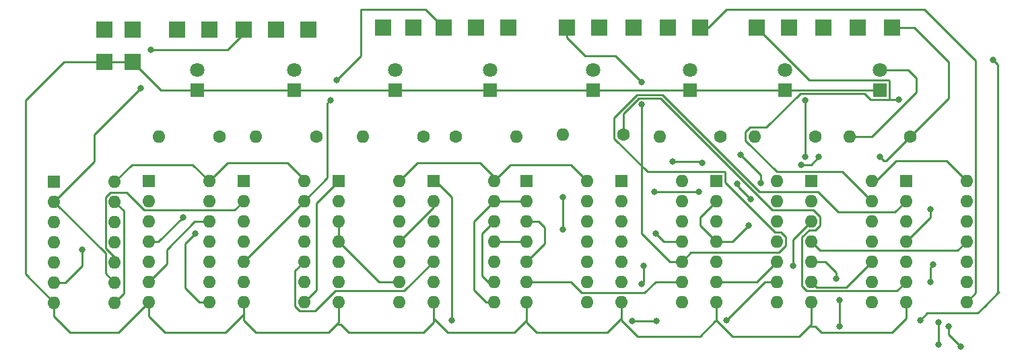
<source format=gbr>
%TF.GenerationSoftware,KiCad,Pcbnew,(5.1.6)-1*%
%TF.CreationDate,2020-11-22T17:26:52+01:00*%
%TF.ProjectId,Addierer,41646469-6572-4657-922e-6b696361645f,rev?*%
%TF.SameCoordinates,Original*%
%TF.FileFunction,Copper,L1,Top*%
%TF.FilePolarity,Positive*%
%FSLAX46Y46*%
G04 Gerber Fmt 4.6, Leading zero omitted, Abs format (unit mm)*
G04 Created by KiCad (PCBNEW (5.1.6)-1) date 2020-11-22 17:26:52*
%MOMM*%
%LPD*%
G01*
G04 APERTURE LIST*
%TA.AperFunction,ComponentPad*%
%ADD10O,1.600000X1.600000*%
%TD*%
%TA.AperFunction,ComponentPad*%
%ADD11R,1.600000X1.600000*%
%TD*%
%TA.AperFunction,ComponentPad*%
%ADD12R,2.000000X2.000000*%
%TD*%
%TA.AperFunction,ComponentPad*%
%ADD13R,1.800000X1.800000*%
%TD*%
%TA.AperFunction,ComponentPad*%
%ADD14C,1.800000*%
%TD*%
%TA.AperFunction,ComponentPad*%
%ADD15C,1.600000*%
%TD*%
%TA.AperFunction,ViaPad*%
%ADD16C,0.800000*%
%TD*%
%TA.AperFunction,Conductor*%
%ADD17C,0.250000*%
%TD*%
G04 APERTURE END LIST*
D10*
%TO.P,U9,14*%
%TO.N,+5V*%
X129032000Y-44958000D03*
%TO.P,U9,7*%
%TO.N,Net-(GND1-Pad1)*%
X121412000Y-60198000D03*
%TO.P,U9,13*%
%TO.N,Net-(U10-Pad5)*%
X129032000Y-47498000D03*
%TO.P,U9,6*%
%TO.N,Net-(U9-Pad10)*%
X121412000Y-57658000D03*
%TO.P,U9,12*%
%TO.N,Net-(U10-Pad1)*%
X129032000Y-50038000D03*
%TO.P,U9,5*%
%TO.N,Net-(U9-Pad5)*%
X121412000Y-55118000D03*
%TO.P,U9,11*%
%TO.N,Net-(U10-Pad12)*%
X129032000Y-52578000D03*
%TO.P,U9,4*%
%TO.N,Net-(U10-Pad13)*%
X121412000Y-52578000D03*
%TO.P,U9,10*%
%TO.N,Net-(U9-Pad10)*%
X129032000Y-55118000D03*
%TO.P,U9,3*%
%TO.N,Net-(U9-Pad3)*%
X121412000Y-50038000D03*
%TO.P,U9,9*%
X129032000Y-57658000D03*
%TO.P,U9,2*%
%TO.N,Net-(U10-Pad13)*%
X121412000Y-47498000D03*
%TO.P,U9,8*%
%TO.N,Net-(U10-Pad1)*%
X129032000Y-60198000D03*
D11*
%TO.P,U9,1*%
%TO.N,Net-(U9-Pad1)*%
X121412000Y-44958000D03*
%TD*%
D12*
%TO.P,GND1,1*%
%TO.N,Net-(GND1-Pad1)*%
X36068000Y-29972000D03*
%TD*%
%TO.P,LP_Vcc1,1*%
%TO.N,+5V*%
X36068000Y-25908000D03*
%TD*%
%TO.P,a1,1*%
%TO.N,Net-(U1-Pad1)*%
X45720000Y-25908000D03*
%TD*%
%TO.P,b1,1*%
%TO.N,Net-(U1-Pad2)*%
X50038000Y-25908000D03*
%TD*%
D13*
%TO.P,D1,1*%
%TO.N,Net-(GND1-Pad1)*%
X44196000Y-33528000D03*
D14*
%TO.P,D1,2*%
%TO.N,Net-(D1-Pad2)*%
X44196000Y-30988000D03*
%TD*%
%TO.P,D2,2*%
%TO.N,Net-(D2-Pad2)*%
X56388000Y-30988000D03*
D13*
%TO.P,D2,1*%
%TO.N,Net-(GND1-Pad1)*%
X56388000Y-33528000D03*
%TD*%
D15*
%TO.P,R1,1*%
%TO.N,Net-(R1-Pad1)*%
X46990000Y-39370000D03*
D10*
%TO.P,R1,2*%
%TO.N,Net-(D1-Pad2)*%
X39370000Y-39370000D03*
%TD*%
%TO.P,R2,2*%
%TO.N,Net-(D2-Pad2)*%
X51562000Y-39370000D03*
D15*
%TO.P,R2,1*%
%TO.N,Net-(R2-Pad1)*%
X59182000Y-39370000D03*
%TD*%
D11*
%TO.P,U1,1*%
%TO.N,Net-(U1-Pad1)*%
X26213001Y-45059001D03*
D10*
%TO.P,U1,8*%
%TO.N,Net-(U1-Pad13)*%
X33833001Y-60299001D03*
%TO.P,U1,2*%
%TO.N,Net-(U1-Pad2)*%
X26213001Y-47599001D03*
%TO.P,U1,9*%
X33833001Y-57759001D03*
%TO.P,U1,3*%
%TO.N,Net-(U1-Pad10)*%
X26213001Y-50139001D03*
%TO.P,U1,10*%
X33833001Y-55219001D03*
%TO.P,U1,4*%
%TO.N,Net-(U1-Pad1)*%
X26213001Y-52679001D03*
%TO.P,U1,11*%
%TO.N,Net-(U1-Pad11)*%
X33833001Y-52679001D03*
%TO.P,U1,5*%
%TO.N,Net-(U1-Pad10)*%
X26213001Y-55219001D03*
%TO.P,U1,12*%
%TO.N,Net-(U1-Pad12)*%
X33833001Y-50139001D03*
%TO.P,U1,6*%
X26213001Y-57759001D03*
%TO.P,U1,13*%
%TO.N,Net-(U1-Pad13)*%
X33833001Y-47599001D03*
%TO.P,U1,7*%
%TO.N,Net-(GND1-Pad1)*%
X26213001Y-60299001D03*
%TO.P,U1,14*%
%TO.N,+5V*%
X33833001Y-45059001D03*
%TD*%
D12*
%TO.P,GND1,1*%
%TO.N,+5V*%
X32512000Y-25908000D03*
%TD*%
%TO.P,\u00DCn+1,1*%
%TO.N,Net-(R2-Pad1)*%
X58166000Y-25908000D03*
%TD*%
%TO.P,Un1,1*%
%TO.N,Net-(U2-Pad10)*%
X41656000Y-25908000D03*
%TD*%
%TO.P,S1,1*%
%TO.N,Net-(R1-Pad1)*%
X54102000Y-25908000D03*
%TD*%
D11*
%TO.P,U2,1*%
%TO.N,Net-(U1-Pad11)*%
X38100000Y-45009001D03*
D10*
%TO.P,U2,8*%
%TO.N,Net-(U2-Pad13)*%
X45720000Y-60249001D03*
%TO.P,U2,2*%
%TO.N,Net-(U2-Pad10)*%
X38100000Y-47549001D03*
%TO.P,U2,9*%
%TO.N,Net-(U2-Pad3)*%
X45720000Y-57709001D03*
%TO.P,U2,3*%
X38100000Y-50089001D03*
%TO.P,U2,10*%
%TO.N,Net-(U2-Pad10)*%
X45720000Y-55169001D03*
%TO.P,U2,4*%
%TO.N,Net-(U1-Pad11)*%
X38100000Y-52629001D03*
%TO.P,U2,11*%
%TO.N,Net-(R1-Pad1)*%
X45720000Y-52629001D03*
%TO.P,U2,5*%
%TO.N,Net-(U2-Pad3)*%
X38100000Y-55169001D03*
%TO.P,U2,12*%
%TO.N,Net-(U2-Pad12)*%
X45720000Y-50089001D03*
%TO.P,U2,6*%
X38100000Y-57709001D03*
%TO.P,U2,13*%
%TO.N,Net-(U2-Pad13)*%
X45720000Y-47549001D03*
%TO.P,U2,7*%
%TO.N,Net-(GND1-Pad1)*%
X38100000Y-60249001D03*
%TO.P,U2,14*%
%TO.N,+5V*%
X45720000Y-45009001D03*
%TD*%
D12*
%TO.P,a2,1*%
%TO.N,Net-(U3-Pad4)*%
X71374000Y-25654000D03*
%TD*%
%TO.P,b2,1*%
%TO.N,Net-(U3-Pad13)*%
X75184000Y-25654000D03*
%TD*%
D14*
%TO.P,D3,2*%
%TO.N,Net-(D3-Pad2)*%
X69088000Y-30988000D03*
D13*
%TO.P,D3,1*%
%TO.N,Net-(GND1-Pad1)*%
X69088000Y-33528000D03*
%TD*%
%TO.P,D4,1*%
%TO.N,Net-(GND1-Pad1)*%
X81026000Y-33528000D03*
D14*
%TO.P,D4,2*%
%TO.N,Net-(D4-Pad2)*%
X81026000Y-30988000D03*
%TD*%
D15*
%TO.P,R3,1*%
%TO.N,Net-(R3-Pad1)*%
X72644000Y-39370000D03*
D10*
%TO.P,R3,2*%
%TO.N,Net-(D3-Pad2)*%
X65024000Y-39370000D03*
%TD*%
%TO.P,R4,2*%
%TO.N,Net-(D4-Pad2)*%
X84328000Y-39370000D03*
D15*
%TO.P,R4,1*%
%TO.N,Net-(R4-Pad1)*%
X76708000Y-39370000D03*
%TD*%
D12*
%TO.P,S2,1*%
%TO.N,Net-(R3-Pad1)*%
X79248000Y-25654000D03*
%TD*%
D11*
%TO.P,U4,1*%
%TO.N,Net-(U3-Pad8)*%
X61976000Y-44958000D03*
D10*
%TO.P,U4,8*%
%TO.N,Net-(U4-Pad8)*%
X69596000Y-60198000D03*
%TO.P,U4,2*%
%TO.N,Net-(U3-Pad11)*%
X61976000Y-47498000D03*
%TO.P,U4,9*%
%TO.N,Net-(U4-Pad3)*%
X69596000Y-57658000D03*
%TO.P,U4,3*%
X61976000Y-50038000D03*
%TO.P,U4,10*%
%TO.N,Net-(U4-Pad10)*%
X69596000Y-55118000D03*
%TO.P,U4,4*%
%TO.N,Net-(U4-Pad3)*%
X61976000Y-52578000D03*
%TO.P,U4,11*%
%TO.N,Net-(U4-Pad11)*%
X69596000Y-52578000D03*
%TO.P,U4,5*%
%TO.N,Net-(U4-Pad13)*%
X61976000Y-55118000D03*
%TO.P,U4,12*%
%TO.N,Net-(U4-Pad10)*%
X69596000Y-50038000D03*
%TO.P,U4,6*%
X61976000Y-57658000D03*
%TO.P,U4,13*%
%TO.N,Net-(U4-Pad13)*%
X69596000Y-47498000D03*
%TO.P,U4,7*%
%TO.N,Net-(GND1-Pad1)*%
X61976000Y-60198000D03*
%TO.P,U4,14*%
%TO.N,+5V*%
X69596000Y-44958000D03*
%TD*%
%TO.P,U5,14*%
%TO.N,+5V*%
X81534000Y-44958000D03*
%TO.P,U5,7*%
%TO.N,Net-(GND1-Pad1)*%
X73914000Y-60198000D03*
%TO.P,U5,13*%
%TO.N,Net-(U5-Pad13)*%
X81534000Y-47498000D03*
%TO.P,U5,6*%
%TO.N,Net-(R4-Pad1)*%
X73914000Y-57658000D03*
%TO.P,U5,12*%
%TO.N,Net-(U5-Pad12)*%
X81534000Y-50038000D03*
%TO.P,U5,5*%
%TO.N,Net-(U3-Pad10)*%
X73914000Y-55118000D03*
%TO.P,U5,11*%
%TO.N,Net-(U5-Pad11)*%
X81534000Y-52578000D03*
%TO.P,U5,4*%
%TO.N,Net-(U4-Pad10)*%
X73914000Y-52578000D03*
%TO.P,U5,10*%
%TO.N,Net-(U5-Pad10)*%
X81534000Y-55118000D03*
%TO.P,U5,3*%
%TO.N,Net-(R3-Pad1)*%
X73914000Y-50038000D03*
%TO.P,U5,9*%
%TO.N,Net-(U5-Pad12)*%
X81534000Y-57658000D03*
%TO.P,U5,2*%
%TO.N,Net-(U4-Pad11)*%
X73914000Y-47498000D03*
%TO.P,U5,8*%
%TO.N,Net-(U5-Pad13)*%
X81534000Y-60198000D03*
D11*
%TO.P,U5,1*%
%TO.N,Net-(U4-Pad8)*%
X73914000Y-44958000D03*
%TD*%
D12*
%TO.P,Un2,1*%
%TO.N,Net-(U4-Pad13)*%
X67564000Y-25654000D03*
%TD*%
%TO.P,\u00DCn+2,1*%
%TO.N,Net-(R4-Pad1)*%
X83312000Y-25654000D03*
%TD*%
%TO.P,GND1,1*%
%TO.N,Net-(GND1-Pad1)*%
X32512000Y-29972000D03*
%TD*%
%TO.P,a3,1*%
%TO.N,Net-(U5-Pad12)*%
X94742000Y-25654000D03*
%TD*%
%TO.P,a4,1*%
%TO.N,Net-(U9-Pad1)*%
X118618000Y-25654000D03*
%TD*%
%TO.P,b3,1*%
%TO.N,Net-(U5-Pad10)*%
X99060000Y-25654000D03*
%TD*%
%TO.P,b4,1*%
%TO.N,Net-(U9-Pad5)*%
X122936000Y-25654000D03*
%TD*%
D13*
%TO.P,D5,1*%
%TO.N,Net-(GND1-Pad1)*%
X93980000Y-33528000D03*
D14*
%TO.P,D5,2*%
%TO.N,Net-(D5-Pad2)*%
X93980000Y-30988000D03*
%TD*%
D13*
%TO.P,D6,1*%
%TO.N,Net-(GND1-Pad1)*%
X106172000Y-33528000D03*
D14*
%TO.P,D6,2*%
%TO.N,Net-(D6-Pad2)*%
X106172000Y-30988000D03*
%TD*%
%TO.P,D7,2*%
%TO.N,Net-(D7-Pad2)*%
X118110000Y-30988000D03*
D13*
%TO.P,D7,1*%
%TO.N,Net-(GND1-Pad1)*%
X118110000Y-33528000D03*
%TD*%
D14*
%TO.P,D8,2*%
%TO.N,Net-(D8-Pad2)*%
X130048000Y-30988000D03*
D13*
%TO.P,D8,1*%
%TO.N,Net-(GND1-Pad1)*%
X130048000Y-33528000D03*
%TD*%
D10*
%TO.P,R5,2*%
%TO.N,Net-(D5-Pad2)*%
X90170000Y-39116000D03*
D15*
%TO.P,R5,1*%
%TO.N,Net-(R5-Pad1)*%
X97790000Y-39116000D03*
%TD*%
%TO.P,R6,1*%
%TO.N,Net-(R6-Pad1)*%
X109982000Y-39370000D03*
D10*
%TO.P,R6,2*%
%TO.N,Net-(D6-Pad2)*%
X102362000Y-39370000D03*
%TD*%
%TO.P,R7,2*%
%TO.N,Net-(D7-Pad2)*%
X114300000Y-39370000D03*
D15*
%TO.P,R7,1*%
%TO.N,Net-(R7-Pad1)*%
X121920000Y-39370000D03*
%TD*%
%TO.P,R8,1*%
%TO.N,Net-(R8-Pad1)*%
X133858000Y-39370000D03*
D10*
%TO.P,R8,2*%
%TO.N,Net-(D8-Pad2)*%
X126238000Y-39370000D03*
%TD*%
D12*
%TO.P,S3,1*%
%TO.N,Net-(R5-Pad1)*%
X103378000Y-25654000D03*
%TD*%
%TO.P,S4,1*%
%TO.N,Net-(R7-Pad1)*%
X127254000Y-25654000D03*
%TD*%
D11*
%TO.P,U6,1*%
%TO.N,Net-(U5-Pad10)*%
X85598000Y-44958000D03*
D10*
%TO.P,U6,8*%
%TO.N,N/C*%
X93218000Y-60198000D03*
%TO.P,U6,2*%
%TO.N,Net-(U5-Pad13)*%
X85598000Y-47498000D03*
%TO.P,U6,9*%
%TO.N,N/C*%
X93218000Y-57658000D03*
%TO.P,U6,3*%
%TO.N,Net-(U6-Pad3)*%
X85598000Y-50038000D03*
%TO.P,U6,10*%
%TO.N,N/C*%
X93218000Y-55118000D03*
%TO.P,U6,4*%
%TO.N,Net-(U5-Pad11)*%
X85598000Y-52578000D03*
%TO.P,U6,11*%
%TO.N,N/C*%
X93218000Y-52578000D03*
%TO.P,U6,5*%
%TO.N,Net-(U6-Pad3)*%
X85598000Y-55118000D03*
%TO.P,U6,12*%
%TO.N,N/C*%
X93218000Y-50038000D03*
%TO.P,U6,6*%
%TO.N,Net-(U6-Pad6)*%
X85598000Y-57658000D03*
%TO.P,U6,13*%
%TO.N,N/C*%
X93218000Y-47498000D03*
%TO.P,U6,7*%
%TO.N,Net-(GND1-Pad1)*%
X85598000Y-60198000D03*
%TO.P,U6,14*%
%TO.N,+5V*%
X93218000Y-44958000D03*
%TD*%
%TO.P,U7,14*%
%TO.N,+5V*%
X105156000Y-44958000D03*
%TO.P,U7,7*%
%TO.N,Net-(GND1-Pad1)*%
X97536000Y-60198000D03*
%TO.P,U7,13*%
%TO.N,Net-(U7-Pad13)*%
X105156000Y-47498000D03*
%TO.P,U7,6*%
%TO.N,N/C*%
X97536000Y-57658000D03*
%TO.P,U7,12*%
%TO.N,Net-(U6-Pad6)*%
X105156000Y-50038000D03*
%TO.P,U7,5*%
%TO.N,N/C*%
X97536000Y-55118000D03*
%TO.P,U7,11*%
%TO.N,Net-(U7-Pad11)*%
X105156000Y-52578000D03*
%TO.P,U7,4*%
%TO.N,N/C*%
X97536000Y-52578000D03*
%TO.P,U7,10*%
%TO.N,Net-(U7-Pad10)*%
X105156000Y-55118000D03*
%TO.P,U7,3*%
%TO.N,N/C*%
X97536000Y-50038000D03*
%TO.P,U7,9*%
%TO.N,Net-(U6-Pad6)*%
X105156000Y-57658000D03*
%TO.P,U7,2*%
%TO.N,N/C*%
X97536000Y-47498000D03*
%TO.P,U7,8*%
%TO.N,Net-(U7-Pad13)*%
X105156000Y-60198000D03*
D11*
%TO.P,U7,1*%
%TO.N,N/C*%
X97536000Y-44958000D03*
%TD*%
%TO.P,U8,1*%
%TO.N,Net-(U7-Pad13)*%
X133350000Y-44958000D03*
D10*
%TO.P,U8,8*%
%TO.N,Net-(R6-Pad1)*%
X140970000Y-60198000D03*
%TO.P,U8,2*%
%TO.N,Net-(U7-Pad10)*%
X133350000Y-47498000D03*
%TO.P,U8,9*%
%TO.N,Net-(U7-Pad13)*%
X140970000Y-57658000D03*
%TO.P,U8,3*%
%TO.N,Net-(U8-Pad3)*%
X133350000Y-50038000D03*
%TO.P,U8,10*%
%TO.N,Net-(U5-Pad13)*%
X140970000Y-55118000D03*
%TO.P,U8,4*%
%TO.N,Net-(U7-Pad11)*%
X133350000Y-52578000D03*
%TO.P,U8,11*%
%TO.N,Net-(U10-Pad13)*%
X140970000Y-52578000D03*
%TO.P,U8,5*%
%TO.N,Net-(U8-Pad3)*%
X133350000Y-55118000D03*
%TO.P,U8,12*%
%TO.N,Net-(U8-Pad12)*%
X140970000Y-50038000D03*
%TO.P,U8,6*%
%TO.N,Net-(R5-Pad1)*%
X133350000Y-57658000D03*
%TO.P,U8,13*%
%TO.N,Net-(U8-Pad13)*%
X140970000Y-47498000D03*
%TO.P,U8,7*%
%TO.N,Net-(GND1-Pad1)*%
X133350000Y-60198000D03*
%TO.P,U8,14*%
%TO.N,+5V*%
X140970000Y-44958000D03*
%TD*%
D11*
%TO.P,U10,1*%
%TO.N,Net-(U10-Pad1)*%
X109474000Y-44958000D03*
D10*
%TO.P,U10,8*%
%TO.N,Net-(R7-Pad1)*%
X117094000Y-60198000D03*
%TO.P,U10,2*%
%TO.N,Net-(U10-Pad12)*%
X109474000Y-47498000D03*
%TO.P,U10,9*%
%TO.N,Net-(U10-Pad3)*%
X117094000Y-57658000D03*
%TO.P,U10,3*%
X109474000Y-50038000D03*
%TO.P,U10,10*%
%TO.N,Net-(U10-Pad10)*%
X117094000Y-55118000D03*
%TO.P,U10,4*%
%TO.N,Net-(U10-Pad12)*%
X109474000Y-52578000D03*
%TO.P,U10,11*%
%TO.N,Net-(R8-Pad1)*%
X117094000Y-52578000D03*
%TO.P,U10,5*%
%TO.N,Net-(U10-Pad5)*%
X109474000Y-55118000D03*
%TO.P,U10,12*%
%TO.N,Net-(U10-Pad12)*%
X117094000Y-50038000D03*
%TO.P,U10,6*%
%TO.N,Net-(U10-Pad10)*%
X109474000Y-57658000D03*
%TO.P,U10,13*%
%TO.N,Net-(U10-Pad13)*%
X117094000Y-47498000D03*
%TO.P,U10,7*%
%TO.N,Net-(GND1-Pad1)*%
X109474000Y-60198000D03*
%TO.P,U10,14*%
%TO.N,+5V*%
X117094000Y-44958000D03*
%TD*%
D12*
%TO.P,Un3,1*%
%TO.N,Net-(U7-Pad10)*%
X90678000Y-25654000D03*
%TD*%
%TO.P,Un4,1*%
%TO.N,Net-(U10-Pad5)*%
X114554000Y-25654000D03*
%TD*%
%TO.P,\u00DCn+3,1*%
%TO.N,Net-(R6-Pad1)*%
X107442000Y-25654000D03*
%TD*%
%TO.P,\u00DCn+4,1*%
%TO.N,Net-(R8-Pad1)*%
X131572000Y-25654000D03*
%TD*%
D11*
%TO.P,U3,1*%
%TO.N,Net-(U2-Pad3)*%
X50038000Y-44958000D03*
D10*
%TO.P,U3,8*%
%TO.N,Net-(U3-Pad8)*%
X57658000Y-60198000D03*
%TO.P,U3,2*%
%TO.N,Net-(U1-Pad10)*%
X50038000Y-47498000D03*
%TO.P,U3,9*%
%TO.N,Net-(U3-Pad4)*%
X57658000Y-57658000D03*
%TO.P,U3,3*%
%TO.N,Net-(R2-Pad1)*%
X50038000Y-50038000D03*
%TO.P,U3,10*%
%TO.N,Net-(U3-Pad10)*%
X57658000Y-55118000D03*
%TO.P,U3,4*%
%TO.N,Net-(U3-Pad4)*%
X50038000Y-52578000D03*
%TO.P,U3,11*%
%TO.N,Net-(U3-Pad11)*%
X57658000Y-52578000D03*
%TO.P,U3,5*%
%TO.N,Net-(U3-Pad13)*%
X50038000Y-55118000D03*
%TO.P,U3,12*%
%TO.N,Net-(U3-Pad10)*%
X57658000Y-50038000D03*
%TO.P,U3,6*%
X50038000Y-57658000D03*
%TO.P,U3,13*%
%TO.N,Net-(U3-Pad13)*%
X57658000Y-47498000D03*
%TO.P,U3,7*%
%TO.N,Net-(GND1-Pad1)*%
X50038000Y-60198000D03*
%TO.P,U3,14*%
%TO.N,+5V*%
X57658000Y-44958000D03*
%TD*%
D16*
%TO.N,Net-(U1-Pad2)*%
X38354000Y-28448000D03*
X37084000Y-33274000D03*
%TO.N,Net-(U1-Pad11)*%
X42418000Y-49530000D03*
%TO.N,Net-(U1-Pad12)*%
X29718000Y-53594000D03*
%TO.N,Net-(U2-Pad13)*%
X43942000Y-51562000D03*
%TO.N,Net-(U3-Pad13)*%
X61722000Y-32258000D03*
X60960000Y-34798000D03*
%TO.N,Net-(U4-Pad8)*%
X76200000Y-62484000D03*
%TO.N,+5V*%
X107696000Y-42672000D03*
X104013000Y-42545000D03*
X122391001Y-41946999D03*
X120142000Y-42926000D03*
%TO.N,Net-(U9-Pad1)*%
X120650000Y-34798000D03*
X120650000Y-41910000D03*
%TO.N,Net-(U9-Pad5)*%
X124968000Y-63246000D03*
X124968000Y-59944000D03*
X124968000Y-59944000D03*
X124587000Y-57277000D03*
X138684000Y-63246000D03*
X140208000Y-65786000D03*
%TO.N,Net-(R7-Pad1)*%
X135128000Y-62484000D03*
X144272000Y-29718000D03*
%TO.N,Net-(R8-Pad1)*%
X113792000Y-47244000D03*
X112141000Y-45339000D03*
X115062000Y-45212000D03*
X112522000Y-41656000D03*
X130048000Y-41910000D03*
%TO.N,Net-(U7-Pad11)*%
X101854000Y-51562000D03*
X100330000Y-55626000D03*
X100076000Y-57912000D03*
X137414000Y-65532000D03*
X137414000Y-62738000D03*
X136398000Y-57658000D03*
X136779000Y-55499000D03*
X136398000Y-48514000D03*
%TO.N,Net-(U7-Pad10)*%
X100076000Y-32512000D03*
X100076000Y-35306000D03*
%TO.N,Net-(U10-Pad5)*%
X132404501Y-34727499D03*
%TO.N,Net-(U10-Pad12)*%
X113538000Y-50546000D03*
%TO.N,Net-(U9-Pad3)*%
X119126000Y-55626000D03*
%TO.N,Net-(U10-Pad3)*%
X110744000Y-62484000D03*
X101981000Y-62611000D03*
X98933000Y-62611000D03*
X90170000Y-51054000D03*
X90170000Y-46990000D03*
X101709001Y-46372999D03*
X107297001Y-46372999D03*
%TD*%
D17*
%TO.N,Net-(U1-Pad2)*%
X32708000Y-54094000D02*
X26213001Y-47599001D01*
X32708000Y-56634000D02*
X32708000Y-54094000D01*
X33833001Y-57759001D02*
X32708000Y-56634000D01*
X26213001Y-47599001D02*
X31242000Y-42570002D01*
X31242000Y-39116000D02*
X37084000Y-33274000D01*
X31242000Y-42570002D02*
X31242000Y-39116000D01*
X50038000Y-25908000D02*
X50038000Y-26416000D01*
X48006000Y-28448000D02*
X38354000Y-28448000D01*
X50038000Y-26416000D02*
X48006000Y-28448000D01*
%TO.N,Net-(U1-Pad13)*%
X34958002Y-59174000D02*
X33833001Y-60299001D01*
X34958002Y-48724002D02*
X34958002Y-59174000D01*
X33833001Y-47599001D02*
X34958002Y-48724002D01*
%TO.N,Net-(U1-Pad10)*%
X33293000Y-46474000D02*
X35359997Y-46474000D01*
X32708000Y-47059000D02*
X33293000Y-46474000D01*
X32708000Y-53419009D02*
X32708000Y-47059000D01*
X48861998Y-48674002D02*
X50038000Y-47498000D01*
X35359997Y-46474000D02*
X37559999Y-48674002D01*
X33833001Y-54544010D02*
X32708000Y-53419009D01*
X37559999Y-48674002D02*
X48861998Y-48674002D01*
X33833001Y-55219001D02*
X33833001Y-54544010D01*
%TO.N,Net-(U1-Pad11)*%
X39318999Y-52629001D02*
X42418000Y-49530000D01*
X38100000Y-52629001D02*
X39318999Y-52629001D01*
%TO.N,Net-(U1-Pad12)*%
X26213001Y-57759001D02*
X27584999Y-57759001D01*
X29718000Y-55626000D02*
X29718000Y-53594000D01*
X27584999Y-57759001D02*
X29718000Y-55626000D01*
%TO.N,Net-(U2-Pad12)*%
X45720000Y-50089001D02*
X43890999Y-50089001D01*
X43890999Y-50089001D02*
X40386000Y-53594000D01*
X40386000Y-55423001D02*
X38100000Y-57709001D01*
X40386000Y-53594000D02*
X40386000Y-55423001D01*
%TO.N,Net-(U2-Pad13)*%
X43942000Y-51562000D02*
X42672000Y-52832000D01*
X42672000Y-52832000D02*
X42672000Y-58420000D01*
X44501001Y-60249001D02*
X45720000Y-60249001D01*
X42672000Y-58420000D02*
X44501001Y-60249001D01*
%TO.N,Net-(U3-Pad13)*%
X50038000Y-55118000D02*
X57658000Y-47498000D01*
X75184000Y-25654000D02*
X72898000Y-23368000D01*
X72898000Y-23368000D02*
X64770000Y-23368000D01*
X64770000Y-29210000D02*
X61722000Y-32258000D01*
X64770000Y-23368000D02*
X64770000Y-29210000D01*
X60560001Y-44595999D02*
X57658000Y-47498000D01*
X60560001Y-35197999D02*
X60560001Y-44595999D01*
X60960000Y-34798000D02*
X60560001Y-35197999D01*
%TO.N,Net-(U3-Pad10)*%
X59072999Y-61323001D02*
X61612999Y-58783001D01*
X70248999Y-58783001D02*
X73914000Y-55118000D01*
X61612999Y-58783001D02*
X70248999Y-58783001D01*
X57117999Y-61323001D02*
X59072999Y-61323001D01*
X56532999Y-60738001D02*
X57117999Y-61323001D01*
X56532999Y-56243001D02*
X56532999Y-60738001D01*
X57658000Y-55118000D02*
X56532999Y-56243001D01*
%TO.N,Net-(U3-Pad8)*%
X61976000Y-44958000D02*
X59182000Y-47752000D01*
X59182000Y-58674000D02*
X57658000Y-60198000D01*
X59182000Y-47752000D02*
X59182000Y-58674000D01*
%TO.N,Net-(U4-Pad8)*%
X73914000Y-44958000D02*
X74168000Y-44958000D01*
X76200000Y-46990000D02*
X76200000Y-62484000D01*
X74168000Y-44958000D02*
X76200000Y-46990000D01*
%TO.N,Net-(U4-Pad3)*%
X61976000Y-50038000D02*
X61976000Y-52578000D01*
X67056000Y-57658000D02*
X61976000Y-52578000D01*
X69596000Y-57658000D02*
X67056000Y-57658000D01*
%TO.N,Net-(U4-Pad11)*%
X73914000Y-48260000D02*
X73914000Y-47498000D01*
X69596000Y-52578000D02*
X73914000Y-48260000D01*
%TO.N,+5V*%
X43636999Y-42926000D02*
X45720000Y-45009001D01*
X33833001Y-45059001D02*
X35966002Y-42926000D01*
X35966002Y-42926000D02*
X43636999Y-42926000D01*
X45720000Y-45009001D02*
X48006000Y-42723001D01*
X48006000Y-42723001D02*
X55574999Y-42723001D01*
X57658000Y-44806002D02*
X57658000Y-44958000D01*
X55574999Y-42723001D02*
X57658000Y-44806002D01*
X81534000Y-44450000D02*
X81534000Y-44958000D01*
X69596000Y-44958000D02*
X71882000Y-42672000D01*
X79756000Y-42672000D02*
X81534000Y-44450000D01*
X71882000Y-42672000D02*
X79756000Y-42672000D01*
X81534000Y-44958000D02*
X83566000Y-42926000D01*
X91440000Y-43180000D02*
X93218000Y-44958000D01*
X83566000Y-42926000D02*
X91186000Y-42926000D01*
X91186000Y-42926000D02*
X91440000Y-43180000D01*
X107569000Y-42545000D02*
X107696000Y-42672000D01*
X104013000Y-42545000D02*
X107569000Y-42545000D01*
X140970000Y-44958000D02*
X138430000Y-42418000D01*
X138430000Y-42418000D02*
X132080000Y-42418000D01*
X129540000Y-44958000D02*
X129032000Y-44958000D01*
X132080000Y-42418000D02*
X129540000Y-44958000D01*
X121412000Y-42926000D02*
X122391001Y-41946999D01*
X120142000Y-42926000D02*
X121412000Y-42926000D01*
%TO.N,Net-(U5-Pad12)*%
X81534000Y-57658000D02*
X80772000Y-57658000D01*
X80772000Y-57658000D02*
X80010000Y-56896000D01*
X80010000Y-51562000D02*
X81534000Y-50038000D01*
X80010000Y-56896000D02*
X80010000Y-51562000D01*
%TO.N,Net-(U9-Pad1)*%
X120650000Y-34798000D02*
X120650000Y-41910000D01*
%TO.N,Net-(U9-Pad5)*%
X124968000Y-63246000D02*
X124968000Y-59944000D01*
X124968000Y-59944000D02*
X124968000Y-59944000D01*
X124968000Y-59944000D02*
X124968000Y-59944000D01*
X121412000Y-55118000D02*
X123190000Y-55118000D01*
X124587000Y-56515000D02*
X124587000Y-57277000D01*
X123190000Y-55118000D02*
X124587000Y-56515000D01*
X138684000Y-63246000D02*
X138684000Y-64262000D01*
X138684000Y-64262000D02*
X140208000Y-65786000D01*
X140208000Y-65786000D02*
X140208000Y-65786000D01*
%TO.N,Net-(D8-Pad2)*%
X130048000Y-30988000D02*
X133604000Y-30988000D01*
X133604000Y-30988000D02*
X134620000Y-32004000D01*
X134620000Y-32004000D02*
X134620000Y-33782000D01*
X129032000Y-39370000D02*
X126238000Y-39370000D01*
X134620000Y-33782000D02*
X129032000Y-39370000D01*
%TO.N,Net-(R5-Pad1)*%
X97790000Y-36518998D02*
X97790000Y-39116000D01*
X102511997Y-34580999D02*
X99727999Y-34580999D01*
X116553999Y-48623001D02*
X102511997Y-34580999D01*
X121662003Y-48623001D02*
X116553999Y-48623001D01*
X122537001Y-49497999D02*
X121662003Y-48623001D01*
X99727999Y-34580999D02*
X97790000Y-36518998D01*
X122537001Y-50578001D02*
X122537001Y-49497999D01*
X121952001Y-51163001D02*
X122537001Y-50578001D01*
X121161997Y-51163001D02*
X121952001Y-51163001D01*
X120286999Y-52037999D02*
X121161997Y-51163001D01*
X120286999Y-58198001D02*
X120286999Y-52037999D01*
X120871999Y-58783001D02*
X120286999Y-58198001D01*
X132224999Y-58783001D02*
X120871999Y-58783001D01*
X133350000Y-57658000D02*
X132224999Y-58783001D01*
%TO.N,Net-(R6-Pad1)*%
X142095001Y-59072999D02*
X142095001Y-29827001D01*
X140970000Y-60198000D02*
X142095001Y-59072999D01*
X142095001Y-29827001D02*
X135636000Y-23368000D01*
X135636000Y-23368000D02*
X110744000Y-23368000D01*
X108458000Y-25654000D02*
X107442000Y-25654000D01*
X110744000Y-23368000D02*
X108458000Y-25654000D01*
%TO.N,Net-(R7-Pad1)*%
X136002605Y-61609395D02*
X142352605Y-61609395D01*
X135128000Y-62484000D02*
X136002605Y-61609395D01*
X143256000Y-60706000D02*
X143510000Y-60452000D01*
X142352605Y-61609395D02*
X143256000Y-60706000D01*
X144907000Y-59055000D02*
X144907000Y-30353000D01*
X144907000Y-59055000D02*
X145034000Y-58928000D01*
X143256000Y-60706000D02*
X144907000Y-59055000D01*
X144907000Y-30353000D02*
X144272000Y-29718000D01*
X144272000Y-29718000D02*
X144272000Y-29718000D01*
%TO.N,Net-(R8-Pad1)*%
X133858000Y-39370000D02*
X138684000Y-34544000D01*
X131572000Y-25654000D02*
X134366000Y-25654000D01*
X138684000Y-29972000D02*
X138684000Y-34544000D01*
X134366000Y-25654000D02*
X138684000Y-29972000D01*
X113792000Y-47244000D02*
X112268000Y-45720000D01*
X112268000Y-45720000D02*
X112268000Y-45466000D01*
X112268000Y-45466000D02*
X112141000Y-45339000D01*
X112141000Y-45339000D02*
X112014000Y-45212000D01*
X115062000Y-45212000D02*
X115062000Y-44196000D01*
X115062000Y-44196000D02*
X112522000Y-41656000D01*
X112522000Y-41656000D02*
X112522000Y-41656000D01*
X130048000Y-41910000D02*
X130556000Y-42418000D01*
X130810000Y-42418000D02*
X133858000Y-39370000D01*
X130556000Y-42418000D02*
X130810000Y-42418000D01*
%TO.N,Net-(U5-Pad13)*%
X81534000Y-47498000D02*
X78994000Y-50038000D01*
X78994000Y-50038000D02*
X78994000Y-58674000D01*
X80518000Y-60198000D02*
X81534000Y-60198000D01*
X78994000Y-58674000D02*
X80518000Y-60198000D01*
X81534000Y-47498000D02*
X85598000Y-47498000D01*
%TO.N,Net-(U5-Pad11)*%
X81534000Y-52578000D02*
X85598000Y-52578000D01*
%TO.N,Net-(U6-Pad3)*%
X85598000Y-50038000D02*
X87122000Y-50038000D01*
X87122000Y-50038000D02*
X87884000Y-50800000D01*
X87884000Y-52832000D02*
X85598000Y-55118000D01*
X87884000Y-50800000D02*
X87884000Y-52832000D01*
%TO.N,Net-(U6-Pad6)*%
X85598000Y-57658000D02*
X91186000Y-57658000D01*
X92600999Y-59072999D02*
X100439001Y-59072999D01*
X91186000Y-57658000D02*
X92600999Y-59072999D01*
X101854000Y-57658000D02*
X105156000Y-57658000D01*
X100439001Y-59072999D02*
X101854000Y-57658000D01*
%TO.N,Net-(U7-Pad11)*%
X105156000Y-52578000D02*
X102870000Y-52578000D01*
X102870000Y-52578000D02*
X101854000Y-51562000D01*
X101854000Y-51562000D02*
X101854000Y-51562000D01*
X100330000Y-55626000D02*
X100330000Y-57658000D01*
X100330000Y-57658000D02*
X100076000Y-57912000D01*
X100076000Y-57912000D02*
X100076000Y-57912000D01*
X137414000Y-65532000D02*
X137414000Y-62738000D01*
X137414000Y-62738000D02*
X137414000Y-62738000D01*
X136398000Y-57658000D02*
X136398000Y-55880000D01*
X136398000Y-55880000D02*
X136779000Y-55499000D01*
X136779000Y-55499000D02*
X136906000Y-55372000D01*
X136398000Y-49530000D02*
X133350000Y-52578000D01*
X136398000Y-48514000D02*
X136398000Y-49530000D01*
%TO.N,Net-(U7-Pad10)*%
X90678000Y-25654000D02*
X90678000Y-26924000D01*
X90678000Y-26924000D02*
X92964000Y-29210000D01*
X96774000Y-29210000D02*
X100076000Y-32512000D01*
X92964000Y-29210000D02*
X96774000Y-29210000D01*
X100076000Y-35306000D02*
X100076000Y-51562000D01*
X103632000Y-55118000D02*
X105156000Y-55118000D01*
X100076000Y-51562000D02*
X103632000Y-55118000D01*
X106281001Y-53992999D02*
X105156000Y-55118000D01*
X118219001Y-53118001D02*
X117344003Y-53992999D01*
X118219001Y-52037999D02*
X118219001Y-53118001D01*
X117634001Y-51452999D02*
X118219001Y-52037999D01*
X117344003Y-53992999D02*
X106281001Y-53992999D01*
X116863607Y-51452999D02*
X117634001Y-51452999D01*
X110599001Y-45188393D02*
X116863607Y-51452999D01*
X110599001Y-43897999D02*
X110599001Y-45188393D01*
X100841997Y-43832999D02*
X110534001Y-43832999D01*
X96664999Y-37007589D02*
X96664999Y-39656001D01*
X102698397Y-34130989D02*
X99541598Y-34130990D01*
X114940407Y-46372999D02*
X102698397Y-34130989D01*
X99541598Y-34130990D02*
X96664999Y-37007589D01*
X122283001Y-46372999D02*
X114940407Y-46372999D01*
X96664999Y-39656001D02*
X100841997Y-43832999D01*
X124823001Y-48912999D02*
X122283001Y-46372999D01*
X131935001Y-48912999D02*
X124823001Y-48912999D01*
X110534001Y-43832999D02*
X110599001Y-43897999D01*
X133350000Y-47498000D02*
X131935001Y-48912999D01*
%TO.N,Net-(U10-Pad13)*%
X122537001Y-53703001D02*
X121412000Y-52578000D01*
X139844999Y-53703001D02*
X122537001Y-53703001D01*
X140970000Y-52578000D02*
X139844999Y-53703001D01*
%TO.N,Net-(U10-Pad5)*%
X125366999Y-43832999D02*
X129032000Y-47498000D01*
X117097997Y-43832999D02*
X125366999Y-43832999D01*
X113174999Y-38829999D02*
X113174999Y-39910001D01*
X113759999Y-38244999D02*
X113174999Y-38829999D01*
X115778003Y-38244999D02*
X113759999Y-38244999D01*
X128113008Y-33978010D02*
X120044992Y-33978010D01*
X120044992Y-33978010D02*
X115778003Y-38244999D01*
X128887999Y-34753001D02*
X128113008Y-33978010D01*
X131208001Y-34753001D02*
X128887999Y-34753001D01*
X131273001Y-34688001D02*
X131208001Y-34753001D01*
X131273001Y-32367999D02*
X131273001Y-34688001D01*
X113174999Y-39910001D02*
X117097997Y-43832999D01*
X131208001Y-32302999D02*
X131273001Y-32367999D01*
X121202999Y-32302999D02*
X131208001Y-32302999D01*
X114554000Y-25654000D02*
X121202999Y-32302999D01*
X131312499Y-34727499D02*
X131273001Y-34688001D01*
X132404501Y-34727499D02*
X131312499Y-34727499D01*
%TO.N,Net-(U9-Pad10)*%
X122086991Y-58332991D02*
X121412000Y-57658000D01*
X129032000Y-55118000D02*
X125817009Y-58332991D01*
X125817009Y-58332991D02*
X122086991Y-58332991D01*
%TO.N,Net-(U10-Pad12)*%
X109474000Y-47498000D02*
X107442000Y-49530000D01*
X107442000Y-50546000D02*
X109474000Y-52578000D01*
X107442000Y-49530000D02*
X107442000Y-50546000D01*
X109474000Y-52578000D02*
X111506000Y-52578000D01*
X111506000Y-52578000D02*
X113538000Y-50546000D01*
X113538000Y-50546000D02*
X113538000Y-50546000D01*
%TO.N,Net-(U9-Pad3)*%
X119126000Y-52324000D02*
X119126000Y-55626000D01*
X121412000Y-50038000D02*
X119126000Y-52324000D01*
%TO.N,Net-(U10-Pad3)*%
X117094000Y-57658000D02*
X115570000Y-57658000D01*
X115570000Y-57658000D02*
X110744000Y-62484000D01*
X110744000Y-62484000D02*
X110744000Y-62484000D01*
X101981000Y-62611000D02*
X98933000Y-62611000D01*
X98933000Y-62611000D02*
X98933000Y-62611000D01*
X90170000Y-51054000D02*
X90170000Y-46990000D01*
X90170000Y-46990000D02*
X90170000Y-46990000D01*
X101709001Y-46372999D02*
X107297001Y-46372999D01*
X107297001Y-46372999D02*
X107297001Y-46372999D01*
%TO.N,Net-(U10-Pad10)*%
X114554000Y-57658000D02*
X117094000Y-55118000D01*
X109474000Y-57658000D02*
X114554000Y-57658000D01*
%TO.N,Net-(GND1-Pad1)*%
X32512000Y-29972000D02*
X27432000Y-29972000D01*
X27432000Y-29972000D02*
X22606000Y-34798000D01*
X22606000Y-56692000D02*
X26213001Y-60299001D01*
X22606000Y-34798000D02*
X22606000Y-56692000D01*
X26213001Y-60299001D02*
X26213001Y-62027001D01*
X26213001Y-62027001D02*
X28194000Y-64008000D01*
X34341001Y-64008000D02*
X38100000Y-60249001D01*
X28194000Y-64008000D02*
X34341001Y-64008000D01*
X38100000Y-60249001D02*
X38100000Y-61976000D01*
X38100000Y-61976000D02*
X40132000Y-64008000D01*
X40132000Y-64008000D02*
X47752000Y-64008000D01*
X50038000Y-61722000D02*
X50038000Y-60198000D01*
X47752000Y-64008000D02*
X50038000Y-61722000D01*
X50038000Y-62484000D02*
X50038000Y-60198000D01*
X51562000Y-64008000D02*
X50038000Y-62484000D01*
X60706000Y-64008000D02*
X51562000Y-64008000D01*
X61976000Y-60198000D02*
X61976000Y-62738000D01*
X61722000Y-62992000D02*
X60706000Y-64008000D01*
X61976000Y-62738000D02*
X61722000Y-62992000D01*
X63246000Y-64008000D02*
X62230000Y-62992000D01*
X72644000Y-64008000D02*
X63246000Y-64008000D01*
X62230000Y-62992000D02*
X61722000Y-62992000D01*
X73914000Y-62738000D02*
X72644000Y-64008000D01*
X73914000Y-60198000D02*
X73914000Y-62738000D01*
X73914000Y-60198000D02*
X73914000Y-62230000D01*
X73914000Y-62230000D02*
X75692000Y-64008000D01*
X75692000Y-64008000D02*
X84074000Y-64008000D01*
X85598000Y-62484000D02*
X85598000Y-60198000D01*
X84074000Y-64008000D02*
X85598000Y-62484000D01*
X85598000Y-60198000D02*
X85598000Y-62738000D01*
X85598000Y-62738000D02*
X86868000Y-64008000D01*
X86868000Y-64008000D02*
X95758000Y-64008000D01*
X95758000Y-64008000D02*
X97536000Y-62230000D01*
X97536000Y-60198000D02*
X97536000Y-62230000D01*
X97536000Y-62230000D02*
X97536000Y-62484000D01*
X97536000Y-62484000D02*
X99568000Y-64516000D01*
X99568000Y-64516000D02*
X107442000Y-64516000D01*
X109474000Y-62484000D02*
X109474000Y-60198000D01*
X109347000Y-62611000D02*
X109601000Y-62611000D01*
X109347000Y-62611000D02*
X109474000Y-62484000D01*
X107442000Y-64516000D02*
X109347000Y-62611000D01*
X109601000Y-62611000D02*
X111506000Y-64516000D01*
X111506000Y-64516000D02*
X119888000Y-64516000D01*
X121412000Y-62992000D02*
X121412000Y-60198000D01*
X121158000Y-63246000D02*
X121920000Y-63246000D01*
X121158000Y-63246000D02*
X121412000Y-62992000D01*
X119888000Y-64516000D02*
X121158000Y-63246000D01*
X121920000Y-63246000D02*
X122682000Y-64008000D01*
X122682000Y-64008000D02*
X131572000Y-64008000D01*
X133350000Y-62230000D02*
X133350000Y-60198000D01*
X131572000Y-64008000D02*
X133350000Y-62230000D01*
X32512000Y-29972000D02*
X36068000Y-29972000D01*
X39624000Y-33528000D02*
X36068000Y-29972000D01*
X44196000Y-33528000D02*
X39624000Y-33528000D01*
X44196000Y-33528000D02*
X56388000Y-33528000D01*
X69088000Y-33528000D02*
X56388000Y-33528000D01*
X69088000Y-33528000D02*
X81026000Y-33528000D01*
X81026000Y-33528000D02*
X93980000Y-33528000D01*
X93980000Y-33528000D02*
X106172000Y-33528000D01*
X106172000Y-33528000D02*
X118110000Y-33528000D01*
X118110000Y-33528000D02*
X130048000Y-33528000D01*
%TD*%
M02*

</source>
